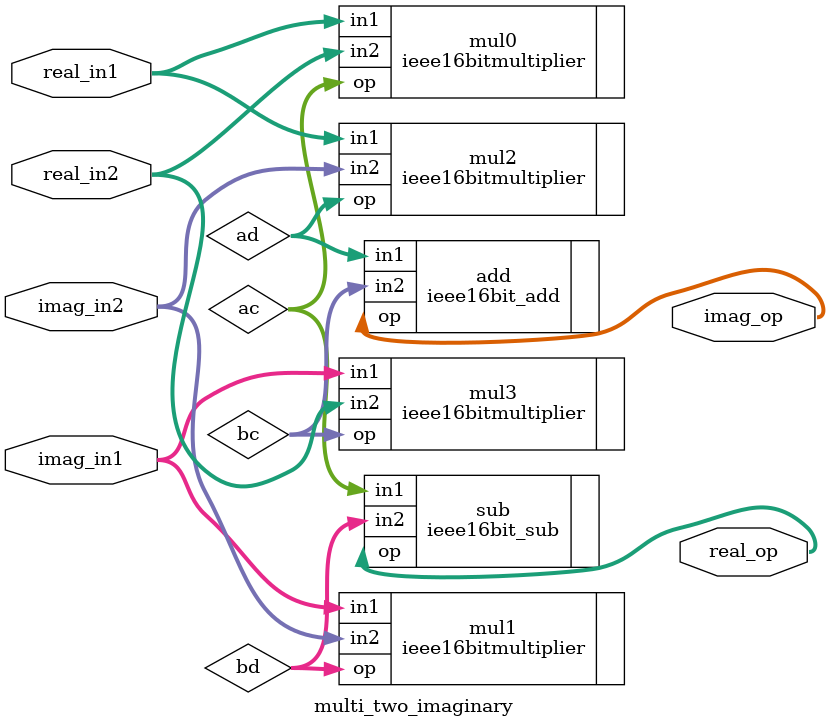
<source format=v>
module multi_two_imaginary(input [15:0] real_in1,input [15:0] imag_in1,input [15:0] real_in2,input [15:0] imag_in2,output reg [15:0] real_op,output reg [15:0] imag_op);
  //(a+ib)(c+id)=ac-bd+i(ad+bc)
  wire [15:0] ac,bd,ad,bc;
  ieee16bitmultiplier mul0(.in1(real_in1),.in2(real_in2),.op(ac));
  
  ieee16bitmultiplier mul1(.in1(imag_in1),.in2(imag_in2),.op(bd));
  
  ieee16bitmultiplier mul2(.in1(real_in1),.in2(imag_in2),.op(ad));
  
  ieee16bitmultiplier mul3(.in1(imag_in1),.in2(real_in2),.op(bc));
  
  ieee16bit_add add(.in1(ad),.in2(bc),.op(imag_op));
  
  ieee16bit_sub sub(.in1(ac),.in2(bd),.op(real_op));
  
endmodule

</source>
